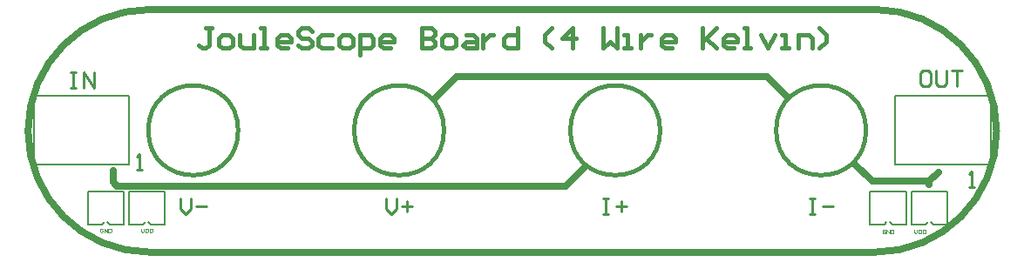
<source format=gto>
G04*
G04 #@! TF.GenerationSoftware,Altium Limited,Altium Designer,23.9.2 (47)*
G04*
G04 Layer_Color=65535*
%FSLAX44Y44*%
%MOMM*%
G71*
G04*
G04 #@! TF.SameCoordinates,3AC58EF8-92A7-4998-AF5B-61EAF39CDDEE*
G04*
G04*
G04 #@! TF.FilePolarity,Positive*
G04*
G01*
G75*
%ADD10C,0.7000*%
%ADD11C,0.4000*%
%ADD12C,0.2000*%
%ADD13C,0.0500*%
%ADD14C,0.2540*%
D10*
X827500Y5000D02*
G03*
X827500Y241000I0J118000D01*
G01*
X122500D02*
G03*
X122500Y5000I0J-118000D01*
G01*
Y5000D02*
X827500Y5000D01*
X122500Y241000D02*
X827500Y241000D01*
X722472Y176000D02*
X742736Y155736D01*
X398966Y154034D02*
X420932Y176000D01*
X722472D01*
X86952Y73048D02*
X91000Y69000D01*
X526932Y69000D02*
X546466Y88534D01*
X86952Y73048D02*
Y84000D01*
X91000Y69000D02*
X526932Y69000D01*
X879952Y71000D02*
Y74007D01*
X888973Y83027D01*
X807236Y91236D02*
X824465Y74007D01*
X879952D01*
D11*
X618631Y123500D02*
G03*
X618631Y123500I-43631J0D01*
G01*
X408631D02*
G03*
X408631Y123500I-43631J0D01*
G01*
X208631D02*
G03*
X208631Y123500I-43631J0D01*
G01*
X818631D02*
G03*
X818631Y123500I-43631J0D01*
G01*
X183427Y223323D02*
X176763D01*
X180095D01*
Y206661D01*
X176763Y203329D01*
X173431D01*
X170098Y206661D01*
X193424Y203329D02*
X200089D01*
X203421Y206661D01*
Y213326D01*
X200089Y216658D01*
X193424D01*
X190092Y213326D01*
Y206661D01*
X193424Y203329D01*
X210085Y216658D02*
Y206661D01*
X213418Y203329D01*
X223414D01*
Y216658D01*
X230079Y203329D02*
X236743D01*
X233411D01*
Y223323D01*
X230079D01*
X256737Y203329D02*
X250072D01*
X246740Y206661D01*
Y213326D01*
X250072Y216658D01*
X256737D01*
X260069Y213326D01*
Y209993D01*
X246740D01*
X280063Y219990D02*
X276731Y223323D01*
X270066D01*
X266734Y219990D01*
Y216658D01*
X270066Y213326D01*
X276731D01*
X280063Y209993D01*
Y206661D01*
X276731Y203329D01*
X270066D01*
X266734Y206661D01*
X300056Y216658D02*
X290060D01*
X286727Y213326D01*
Y206661D01*
X290060Y203329D01*
X300056D01*
X310053D02*
X316718D01*
X320050Y206661D01*
Y213326D01*
X316718Y216658D01*
X310053D01*
X306721Y213326D01*
Y206661D01*
X310053Y203329D01*
X326715Y196665D02*
Y216658D01*
X336711D01*
X340043Y213326D01*
Y206661D01*
X336711Y203329D01*
X326715D01*
X356705D02*
X350040D01*
X346708Y206661D01*
Y213326D01*
X350040Y216658D01*
X356705D01*
X360037Y213326D01*
Y209993D01*
X346708D01*
X386695Y223323D02*
Y203329D01*
X396692D01*
X400024Y206661D01*
Y209993D01*
X396692Y213326D01*
X386695D01*
X396692D01*
X400024Y216658D01*
Y219990D01*
X396692Y223323D01*
X386695D01*
X410021Y203329D02*
X416685D01*
X420018Y206661D01*
Y213326D01*
X416685Y216658D01*
X410021D01*
X406689Y213326D01*
Y206661D01*
X410021Y203329D01*
X430014Y216658D02*
X436679D01*
X440011Y213326D01*
Y203329D01*
X430014D01*
X426682Y206661D01*
X430014Y209993D01*
X440011D01*
X446676Y216658D02*
Y203329D01*
Y209993D01*
X450008Y213326D01*
X453340Y216658D01*
X456673D01*
X479998Y223323D02*
Y203329D01*
X470002D01*
X466669Y206661D01*
Y213326D01*
X470002Y216658D01*
X479998D01*
X513321Y203329D02*
X506656Y209993D01*
Y216658D01*
X513321Y223323D01*
X533315Y203329D02*
Y223323D01*
X523318Y213326D01*
X536647D01*
X563305Y223323D02*
Y203329D01*
X569969Y209993D01*
X576634Y203329D01*
Y223323D01*
X583298Y203329D02*
X589963D01*
X586631D01*
Y216658D01*
X583298D01*
X599960D02*
Y203329D01*
Y209993D01*
X603292Y213326D01*
X606624Y216658D01*
X609957D01*
X629950Y203329D02*
X623285D01*
X619953Y206661D01*
Y213326D01*
X623285Y216658D01*
X629950D01*
X633282Y213326D01*
Y209993D01*
X619953D01*
X659940Y223323D02*
Y203329D01*
Y209993D01*
X673269Y223323D01*
X663273Y213326D01*
X673269Y203329D01*
X689931D02*
X683266D01*
X679934Y206661D01*
Y213326D01*
X683266Y216658D01*
X689931D01*
X693263Y213326D01*
Y209993D01*
X679934D01*
X699928Y203329D02*
X706592D01*
X703260D01*
Y223323D01*
X699928D01*
X716589Y216658D02*
X723253Y203329D01*
X729918Y216658D01*
X736582Y203329D02*
X743247D01*
X739915D01*
Y216658D01*
X736582D01*
X753244Y203329D02*
Y216658D01*
X763240D01*
X766573Y213326D01*
Y203329D01*
X773237D02*
X779902Y209993D01*
Y216658D01*
X773237Y223323D01*
D12*
X116250Y32000D02*
X118750Y34500D01*
X115750Y32000D02*
X116250D01*
X115750D02*
Y32000D01*
X102500Y32000D02*
X115750D01*
X121500Y34500D02*
X124000Y32000D01*
X137500D01*
Y64000D01*
X102500Y32000D02*
Y64000D01*
X137500D01*
X76250Y32000D02*
X78750Y34500D01*
X75750Y32000D02*
X76250D01*
X75750D02*
Y32000D01*
X62500Y32000D02*
X75750D01*
X81500Y34500D02*
X84000Y32000D01*
X97500D01*
Y64000D01*
X62500Y32000D02*
Y64000D01*
X97500D01*
X10000Y90000D02*
Y156750D01*
X102750Y90000D02*
Y156750D01*
X10000D02*
X102750D01*
X10000Y90000D02*
X102750D01*
X862500Y64000D02*
X897500D01*
X862500Y32000D02*
Y64000D01*
X897500Y32000D02*
Y64000D01*
X884000Y32000D02*
X897500D01*
X881500Y34500D02*
X884000Y32000D01*
X862500D02*
X875750D01*
Y32000D01*
Y32000D02*
X876250D01*
X878750Y34500D01*
X822500Y64000D02*
X857500D01*
X822500Y32000D02*
Y64000D01*
X857500Y32000D02*
Y64000D01*
X844000Y32000D02*
X857500D01*
X841500Y34500D02*
X844000Y32000D01*
X822500D02*
X835750D01*
Y32000D01*
Y32000D02*
X836250D01*
X838750Y34500D01*
X847000Y90000D02*
X939750D01*
X847000Y156750D02*
X939750D01*
Y90000D02*
Y156750D01*
X847000Y90000D02*
Y156750D01*
D13*
X837334Y26333D02*
X836668Y26999D01*
X835335D01*
X834668Y26333D01*
Y23667D01*
X835335Y23001D01*
X836668D01*
X837334Y23667D01*
Y25000D01*
X836001D01*
X838667Y23001D02*
Y26999D01*
X841333Y23001D01*
Y26999D01*
X842666D02*
Y23001D01*
X844665D01*
X845332Y23667D01*
Y26333D01*
X844665Y26999D01*
X842666D01*
X865668D02*
Y24334D01*
X867001Y23001D01*
X868334Y24334D01*
Y26999D01*
X869667D02*
Y23001D01*
X871666D01*
X872333Y23667D01*
Y26333D01*
X871666Y26999D01*
X869667D01*
X873666D02*
Y23001D01*
X875665D01*
X876332Y23667D01*
Y26333D01*
X875665Y26999D01*
X873666D01*
X114668Y27999D02*
Y25334D01*
X116001Y24001D01*
X117334Y25334D01*
Y27999D01*
X118667D02*
Y24001D01*
X120667D01*
X121333Y24667D01*
Y27333D01*
X120667Y27999D01*
X118667D01*
X122666D02*
Y24001D01*
X124665D01*
X125332Y24667D01*
Y27333D01*
X124665Y27999D01*
X122666D01*
X77334Y27333D02*
X76668Y27999D01*
X75335D01*
X74668Y27333D01*
Y24667D01*
X75335Y24001D01*
X76668D01*
X77334Y24667D01*
Y26000D01*
X76001D01*
X78667Y24001D02*
Y27999D01*
X81333Y24001D01*
Y27999D01*
X82666D02*
Y24001D01*
X84665D01*
X85332Y24667D01*
Y27333D01*
X84665Y27999D01*
X82666D01*
D14*
X879304Y181618D02*
X874226D01*
X871687Y179078D01*
Y168922D01*
X874226Y166383D01*
X879304D01*
X881843Y168922D01*
Y179078D01*
X879304Y181618D01*
X886922D02*
Y168922D01*
X889461Y166383D01*
X894539D01*
X897078Y168922D01*
Y181618D01*
X902157D02*
X912313D01*
X907235D01*
Y166383D01*
X45574Y179618D02*
X50652D01*
X48113D01*
Y164382D01*
X45574D01*
X50652D01*
X58270D02*
Y179618D01*
X68426Y164382D01*
Y179618D01*
X110540Y85540D02*
X115618D01*
X113079D01*
Y100775D01*
X110540Y98236D01*
X763574Y57618D02*
X768652D01*
X766113D01*
Y42382D01*
X763574D01*
X768652D01*
X776270Y50000D02*
X786426D01*
X563574Y57618D02*
X568652D01*
X566113D01*
Y42382D01*
X563574D01*
X568652D01*
X576270Y50000D02*
X586426D01*
X581348Y55078D02*
Y44922D01*
X352304Y57618D02*
Y47461D01*
X357383Y42382D01*
X362461Y47461D01*
Y57618D01*
X367539Y50000D02*
X377696D01*
X372617Y55078D02*
Y44922D01*
X152304Y57618D02*
Y47461D01*
X157382Y42382D01*
X162461Y47461D01*
Y57618D01*
X167539Y50000D02*
X177696D01*
X918540Y68540D02*
X923618D01*
X921079D01*
Y83775D01*
X918540Y81236D01*
M02*

</source>
